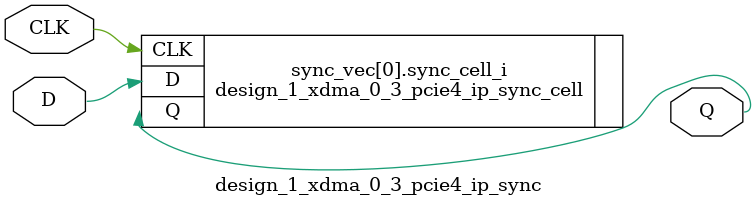
<source format=v>

`timescale 1ps / 1ps

(* DowngradeIPIdentifiedWarnings = "yes" *)
module design_1_xdma_0_3_pcie4_ip_sync #
(
    parameter integer WIDTH = 1, 
    parameter integer STAGE = 3
)
(
    //-------------------------------------------------------------------------- 
    //  Input Ports
    //-------------------------------------------------------------------------- 
    input                               CLK,
    input       [WIDTH-1:0]             D,
    
    //-------------------------------------------------------------------------- 
    //  Output Ports
    //-------------------------------------------------------------------------- 
    output      [WIDTH-1:0]             Q
);                                                        



//--------------------------------------------------------------------------------------------------
//  Generate Synchronizer - Begin
//--------------------------------------------------------------------------------------------------
genvar i;

generate for (i=0; i<WIDTH; i=i+1) 

    begin : sync_vec

    //----------------------------------------------------------------------
    //  Synchronizer
    //----------------------------------------------------------------------
    design_1_xdma_0_3_pcie4_ip_sync_cell #
    (
        .STAGE                          (STAGE)
    )    
    sync_cell_i
    (
        //------------------------------------------------------------------
        //  Input Ports
        //------------------------------------------------------------------
        .CLK                            (CLK),
        .D                              (D[i]),

        //------------------------------------------------------------------
        //  Output Ports
        //------------------------------------------------------------------
        .Q                              (Q[i])
    );
 
    end   
      
endgenerate 
//--------------------------------------------------------------------------------------------------
//  Generate - End
//--------------------------------------------------------------------------------------------------



endmodule

</source>
